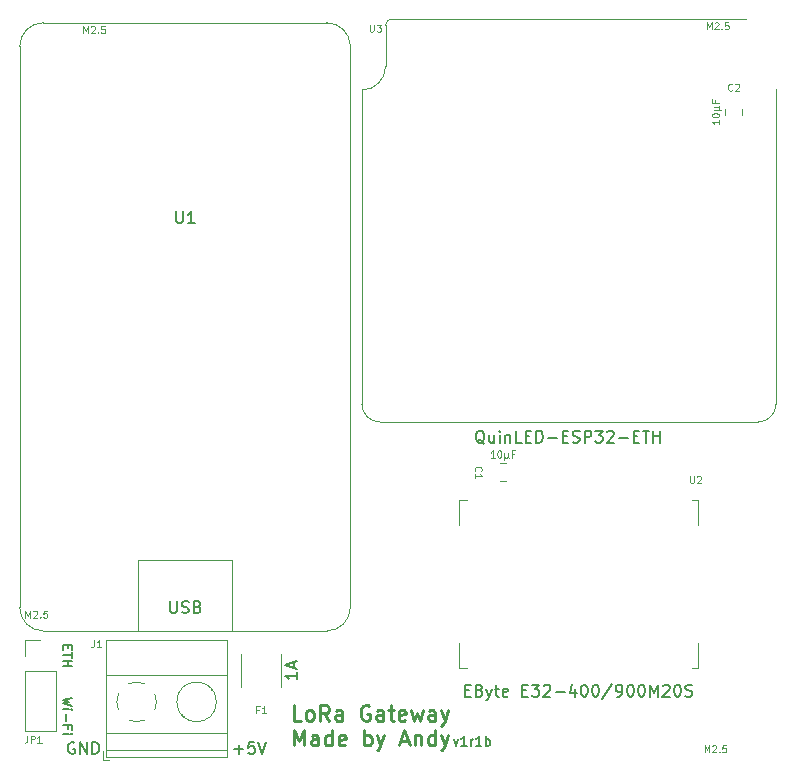
<source format=gto>
G04 #@! TF.GenerationSoftware,KiCad,Pcbnew,(6.0.2)*
G04 #@! TF.CreationDate,2022-09-28T01:39:31+02:00*
G04 #@! TF.ProjectId,LoRa-Gateway-E32,4c6f5261-2d47-4617-9465-7761792d4533,v1r1b*
G04 #@! TF.SameCoordinates,Original*
G04 #@! TF.FileFunction,Legend,Top*
G04 #@! TF.FilePolarity,Positive*
%FSLAX46Y46*%
G04 Gerber Fmt 4.6, Leading zero omitted, Abs format (unit mm)*
G04 Created by KiCad (PCBNEW (6.0.2)) date 2022-09-28 01:39:31*
%MOMM*%
%LPD*%
G01*
G04 APERTURE LIST*
%ADD10C,0.250000*%
%ADD11C,0.150000*%
%ADD12C,0.120000*%
%ADD13C,0.130000*%
%ADD14C,0.200000*%
G04 APERTURE END LIST*
D10*
X121250000Y-95791595D02*
X120630952Y-95791595D01*
X120630952Y-94491595D01*
X121869047Y-95791595D02*
X121745238Y-95729690D01*
X121683333Y-95667785D01*
X121621428Y-95543976D01*
X121621428Y-95172547D01*
X121683333Y-95048738D01*
X121745238Y-94986833D01*
X121869047Y-94924928D01*
X122054761Y-94924928D01*
X122178571Y-94986833D01*
X122240476Y-95048738D01*
X122302380Y-95172547D01*
X122302380Y-95543976D01*
X122240476Y-95667785D01*
X122178571Y-95729690D01*
X122054761Y-95791595D01*
X121869047Y-95791595D01*
X123602380Y-95791595D02*
X123169047Y-95172547D01*
X122859523Y-95791595D02*
X122859523Y-94491595D01*
X123354761Y-94491595D01*
X123478571Y-94553500D01*
X123540476Y-94615404D01*
X123602380Y-94739214D01*
X123602380Y-94924928D01*
X123540476Y-95048738D01*
X123478571Y-95110642D01*
X123354761Y-95172547D01*
X122859523Y-95172547D01*
X124716666Y-95791595D02*
X124716666Y-95110642D01*
X124654761Y-94986833D01*
X124530952Y-94924928D01*
X124283333Y-94924928D01*
X124159523Y-94986833D01*
X124716666Y-95729690D02*
X124592857Y-95791595D01*
X124283333Y-95791595D01*
X124159523Y-95729690D01*
X124097619Y-95605880D01*
X124097619Y-95482071D01*
X124159523Y-95358261D01*
X124283333Y-95296357D01*
X124592857Y-95296357D01*
X124716666Y-95234452D01*
X127007142Y-94553500D02*
X126883333Y-94491595D01*
X126697619Y-94491595D01*
X126511904Y-94553500D01*
X126388095Y-94677309D01*
X126326190Y-94801119D01*
X126264285Y-95048738D01*
X126264285Y-95234452D01*
X126326190Y-95482071D01*
X126388095Y-95605880D01*
X126511904Y-95729690D01*
X126697619Y-95791595D01*
X126821428Y-95791595D01*
X127007142Y-95729690D01*
X127069047Y-95667785D01*
X127069047Y-95234452D01*
X126821428Y-95234452D01*
X128183333Y-95791595D02*
X128183333Y-95110642D01*
X128121428Y-94986833D01*
X127997619Y-94924928D01*
X127750000Y-94924928D01*
X127626190Y-94986833D01*
X128183333Y-95729690D02*
X128059523Y-95791595D01*
X127750000Y-95791595D01*
X127626190Y-95729690D01*
X127564285Y-95605880D01*
X127564285Y-95482071D01*
X127626190Y-95358261D01*
X127750000Y-95296357D01*
X128059523Y-95296357D01*
X128183333Y-95234452D01*
X128616666Y-94924928D02*
X129111904Y-94924928D01*
X128802380Y-94491595D02*
X128802380Y-95605880D01*
X128864285Y-95729690D01*
X128988095Y-95791595D01*
X129111904Y-95791595D01*
X130040476Y-95729690D02*
X129916666Y-95791595D01*
X129669047Y-95791595D01*
X129545238Y-95729690D01*
X129483333Y-95605880D01*
X129483333Y-95110642D01*
X129545238Y-94986833D01*
X129669047Y-94924928D01*
X129916666Y-94924928D01*
X130040476Y-94986833D01*
X130102380Y-95110642D01*
X130102380Y-95234452D01*
X129483333Y-95358261D01*
X130535714Y-94924928D02*
X130783333Y-95791595D01*
X131030952Y-95172547D01*
X131278571Y-95791595D01*
X131526190Y-94924928D01*
X132578571Y-95791595D02*
X132578571Y-95110642D01*
X132516666Y-94986833D01*
X132392857Y-94924928D01*
X132145238Y-94924928D01*
X132021428Y-94986833D01*
X132578571Y-95729690D02*
X132454761Y-95791595D01*
X132145238Y-95791595D01*
X132021428Y-95729690D01*
X131959523Y-95605880D01*
X131959523Y-95482071D01*
X132021428Y-95358261D01*
X132145238Y-95296357D01*
X132454761Y-95296357D01*
X132578571Y-95234452D01*
X133073809Y-94924928D02*
X133383333Y-95791595D01*
X133692857Y-94924928D02*
X133383333Y-95791595D01*
X133259523Y-96101119D01*
X133197619Y-96163023D01*
X133073809Y-96224928D01*
X120630952Y-97884595D02*
X120630952Y-96584595D01*
X121064285Y-97513166D01*
X121497619Y-96584595D01*
X121497619Y-97884595D01*
X122673809Y-97884595D02*
X122673809Y-97203642D01*
X122611904Y-97079833D01*
X122488095Y-97017928D01*
X122240476Y-97017928D01*
X122116666Y-97079833D01*
X122673809Y-97822690D02*
X122550000Y-97884595D01*
X122240476Y-97884595D01*
X122116666Y-97822690D01*
X122054761Y-97698880D01*
X122054761Y-97575071D01*
X122116666Y-97451261D01*
X122240476Y-97389357D01*
X122550000Y-97389357D01*
X122673809Y-97327452D01*
X123850000Y-97884595D02*
X123850000Y-96584595D01*
X123850000Y-97822690D02*
X123726190Y-97884595D01*
X123478571Y-97884595D01*
X123354761Y-97822690D01*
X123292857Y-97760785D01*
X123230952Y-97636976D01*
X123230952Y-97265547D01*
X123292857Y-97141738D01*
X123354761Y-97079833D01*
X123478571Y-97017928D01*
X123726190Y-97017928D01*
X123850000Y-97079833D01*
X124964285Y-97822690D02*
X124840476Y-97884595D01*
X124592857Y-97884595D01*
X124469047Y-97822690D01*
X124407142Y-97698880D01*
X124407142Y-97203642D01*
X124469047Y-97079833D01*
X124592857Y-97017928D01*
X124840476Y-97017928D01*
X124964285Y-97079833D01*
X125026190Y-97203642D01*
X125026190Y-97327452D01*
X124407142Y-97451261D01*
X126573809Y-97884595D02*
X126573809Y-96584595D01*
X126573809Y-97079833D02*
X126697619Y-97017928D01*
X126945238Y-97017928D01*
X127069047Y-97079833D01*
X127130952Y-97141738D01*
X127192857Y-97265547D01*
X127192857Y-97636976D01*
X127130952Y-97760785D01*
X127069047Y-97822690D01*
X126945238Y-97884595D01*
X126697619Y-97884595D01*
X126573809Y-97822690D01*
X127626190Y-97017928D02*
X127935714Y-97884595D01*
X128245238Y-97017928D02*
X127935714Y-97884595D01*
X127811904Y-98194119D01*
X127750000Y-98256023D01*
X127626190Y-98317928D01*
X129669047Y-97513166D02*
X130288095Y-97513166D01*
X129545238Y-97884595D02*
X129978571Y-96584595D01*
X130411904Y-97884595D01*
X130845238Y-97017928D02*
X130845238Y-97884595D01*
X130845238Y-97141738D02*
X130907142Y-97079833D01*
X131030952Y-97017928D01*
X131216666Y-97017928D01*
X131340476Y-97079833D01*
X131402380Y-97203642D01*
X131402380Y-97884595D01*
X132578571Y-97884595D02*
X132578571Y-96584595D01*
X132578571Y-97822690D02*
X132454761Y-97884595D01*
X132207142Y-97884595D01*
X132083333Y-97822690D01*
X132021428Y-97760785D01*
X131959523Y-97636976D01*
X131959523Y-97265547D01*
X132021428Y-97141738D01*
X132083333Y-97079833D01*
X132207142Y-97017928D01*
X132454761Y-97017928D01*
X132578571Y-97079833D01*
X133073809Y-97017928D02*
X133383333Y-97884595D01*
X133692857Y-97017928D02*
X133383333Y-97884595D01*
X133259523Y-98194119D01*
X133197619Y-98256023D01*
X133073809Y-98317928D01*
D11*
X134138095Y-97378571D02*
X134328571Y-97911904D01*
X134519047Y-97378571D01*
X135242857Y-97911904D02*
X134785714Y-97911904D01*
X135014285Y-97911904D02*
X135014285Y-97111904D01*
X134938095Y-97226190D01*
X134861904Y-97302380D01*
X134785714Y-97340476D01*
X135585714Y-97911904D02*
X135585714Y-97378571D01*
X135585714Y-97530952D02*
X135623809Y-97454761D01*
X135661904Y-97416666D01*
X135738095Y-97378571D01*
X135814285Y-97378571D01*
X136500000Y-97911904D02*
X136042857Y-97911904D01*
X136271428Y-97911904D02*
X136271428Y-97111904D01*
X136195238Y-97226190D01*
X136119047Y-97302380D01*
X136042857Y-97340476D01*
X136842857Y-97911904D02*
X136842857Y-97111904D01*
X136842857Y-97416666D02*
X136919047Y-97378571D01*
X137071428Y-97378571D01*
X137147619Y-97416666D01*
X137185714Y-97454761D01*
X137223809Y-97530952D01*
X137223809Y-97759523D01*
X137185714Y-97835714D01*
X137147619Y-97873809D01*
X137071428Y-97911904D01*
X136919047Y-97911904D01*
X136842857Y-97873809D01*
D12*
X98050000Y-97071428D02*
X98050000Y-97500000D01*
X98021428Y-97585714D01*
X97964285Y-97642857D01*
X97878571Y-97671428D01*
X97821428Y-97671428D01*
X98335714Y-97671428D02*
X98335714Y-97071428D01*
X98564285Y-97071428D01*
X98621428Y-97100000D01*
X98650000Y-97128571D01*
X98678571Y-97185714D01*
X98678571Y-97271428D01*
X98650000Y-97328571D01*
X98621428Y-97357142D01*
X98564285Y-97385714D01*
X98335714Y-97385714D01*
X99250000Y-97671428D02*
X98907142Y-97671428D01*
X99078571Y-97671428D02*
X99078571Y-97071428D01*
X99021428Y-97157142D01*
X98964285Y-97214285D01*
X98907142Y-97242857D01*
D13*
X101457142Y-89404761D02*
X101457142Y-89671428D01*
X101038095Y-89785714D02*
X101038095Y-89404761D01*
X101838095Y-89404761D01*
X101838095Y-89785714D01*
X101838095Y-90014285D02*
X101838095Y-90471428D01*
X101038095Y-90242857D02*
X101838095Y-90242857D01*
X101038095Y-90738095D02*
X101838095Y-90738095D01*
X101457142Y-90738095D02*
X101457142Y-91195238D01*
X101038095Y-91195238D02*
X101838095Y-91195238D01*
X101838095Y-93838095D02*
X101038095Y-94028571D01*
X101609523Y-94180952D01*
X101038095Y-94333333D01*
X101838095Y-94523809D01*
X101038095Y-94828571D02*
X101571428Y-94828571D01*
X101838095Y-94828571D02*
X101800000Y-94790476D01*
X101761904Y-94828571D01*
X101800000Y-94866666D01*
X101838095Y-94828571D01*
X101761904Y-94828571D01*
X101342857Y-95209523D02*
X101342857Y-95819047D01*
X101457142Y-96466666D02*
X101457142Y-96200000D01*
X101038095Y-96200000D02*
X101838095Y-96200000D01*
X101838095Y-96580952D01*
X101038095Y-96885714D02*
X101571428Y-96885714D01*
X101838095Y-96885714D02*
X101800000Y-96847619D01*
X101761904Y-96885714D01*
X101800000Y-96923809D01*
X101838095Y-96885714D01*
X101761904Y-96885714D01*
D12*
X135985714Y-74650000D02*
X135957142Y-74621428D01*
X135928571Y-74535714D01*
X135928571Y-74478571D01*
X135957142Y-74392857D01*
X136014285Y-74335714D01*
X136071428Y-74307142D01*
X136185714Y-74278571D01*
X136271428Y-74278571D01*
X136385714Y-74307142D01*
X136442857Y-74335714D01*
X136500000Y-74392857D01*
X136528571Y-74478571D01*
X136528571Y-74535714D01*
X136500000Y-74621428D01*
X136471428Y-74650000D01*
X135928571Y-75221428D02*
X135928571Y-74878571D01*
X135928571Y-75050000D02*
X136528571Y-75050000D01*
X136442857Y-74992857D01*
X136385714Y-74935714D01*
X136357142Y-74878571D01*
X137614285Y-73521428D02*
X137271428Y-73521428D01*
X137442857Y-73521428D02*
X137442857Y-72921428D01*
X137385714Y-73007142D01*
X137328571Y-73064285D01*
X137271428Y-73092857D01*
X137985714Y-72921428D02*
X138042857Y-72921428D01*
X138100000Y-72950000D01*
X138128571Y-72978571D01*
X138157142Y-73035714D01*
X138185714Y-73150000D01*
X138185714Y-73292857D01*
X138157142Y-73407142D01*
X138128571Y-73464285D01*
X138100000Y-73492857D01*
X138042857Y-73521428D01*
X137985714Y-73521428D01*
X137928571Y-73492857D01*
X137900000Y-73464285D01*
X137871428Y-73407142D01*
X137842857Y-73292857D01*
X137842857Y-73150000D01*
X137871428Y-73035714D01*
X137900000Y-72978571D01*
X137928571Y-72950000D01*
X137985714Y-72921428D01*
X138442857Y-73121428D02*
X138442857Y-73721428D01*
X138728571Y-73435714D02*
X138757142Y-73492857D01*
X138814285Y-73521428D01*
X138442857Y-73435714D02*
X138471428Y-73492857D01*
X138528571Y-73521428D01*
X138642857Y-73521428D01*
X138700000Y-73492857D01*
X138728571Y-73435714D01*
X138728571Y-73121428D01*
X139271428Y-73207142D02*
X139071428Y-73207142D01*
X139071428Y-73521428D02*
X139071428Y-72921428D01*
X139357142Y-72921428D01*
X127042857Y-36871428D02*
X127042857Y-37357142D01*
X127071428Y-37414285D01*
X127100000Y-37442857D01*
X127157142Y-37471428D01*
X127271428Y-37471428D01*
X127328571Y-37442857D01*
X127357142Y-37414285D01*
X127385714Y-37357142D01*
X127385714Y-36871428D01*
X127614285Y-36871428D02*
X127985714Y-36871428D01*
X127785714Y-37100000D01*
X127871428Y-37100000D01*
X127928571Y-37128571D01*
X127957142Y-37157142D01*
X127985714Y-37214285D01*
X127985714Y-37357142D01*
X127957142Y-37414285D01*
X127928571Y-37442857D01*
X127871428Y-37471428D01*
X127700000Y-37471428D01*
X127642857Y-37442857D01*
X127614285Y-37414285D01*
D14*
X136754761Y-72347619D02*
X136659523Y-72300000D01*
X136564285Y-72204761D01*
X136421428Y-72061904D01*
X136326190Y-72014285D01*
X136230952Y-72014285D01*
X136278571Y-72252380D02*
X136183333Y-72204761D01*
X136088095Y-72109523D01*
X136040476Y-71919047D01*
X136040476Y-71585714D01*
X136088095Y-71395238D01*
X136183333Y-71300000D01*
X136278571Y-71252380D01*
X136469047Y-71252380D01*
X136564285Y-71300000D01*
X136659523Y-71395238D01*
X136707142Y-71585714D01*
X136707142Y-71919047D01*
X136659523Y-72109523D01*
X136564285Y-72204761D01*
X136469047Y-72252380D01*
X136278571Y-72252380D01*
X137564285Y-71585714D02*
X137564285Y-72252380D01*
X137135714Y-71585714D02*
X137135714Y-72109523D01*
X137183333Y-72204761D01*
X137278571Y-72252380D01*
X137421428Y-72252380D01*
X137516666Y-72204761D01*
X137564285Y-72157142D01*
X138040476Y-72252380D02*
X138040476Y-71585714D01*
X138040476Y-71252380D02*
X137992857Y-71300000D01*
X138040476Y-71347619D01*
X138088095Y-71300000D01*
X138040476Y-71252380D01*
X138040476Y-71347619D01*
X138516666Y-71585714D02*
X138516666Y-72252380D01*
X138516666Y-71680952D02*
X138564285Y-71633333D01*
X138659523Y-71585714D01*
X138802380Y-71585714D01*
X138897619Y-71633333D01*
X138945238Y-71728571D01*
X138945238Y-72252380D01*
X139897619Y-72252380D02*
X139421428Y-72252380D01*
X139421428Y-71252380D01*
X140230952Y-71728571D02*
X140564285Y-71728571D01*
X140707142Y-72252380D02*
X140230952Y-72252380D01*
X140230952Y-71252380D01*
X140707142Y-71252380D01*
X141135714Y-72252380D02*
X141135714Y-71252380D01*
X141373809Y-71252380D01*
X141516666Y-71300000D01*
X141611904Y-71395238D01*
X141659523Y-71490476D01*
X141707142Y-71680952D01*
X141707142Y-71823809D01*
X141659523Y-72014285D01*
X141611904Y-72109523D01*
X141516666Y-72204761D01*
X141373809Y-72252380D01*
X141135714Y-72252380D01*
X142135714Y-71871428D02*
X142897619Y-71871428D01*
X143373809Y-71728571D02*
X143707142Y-71728571D01*
X143850000Y-72252380D02*
X143373809Y-72252380D01*
X143373809Y-71252380D01*
X143850000Y-71252380D01*
X144230952Y-72204761D02*
X144373809Y-72252380D01*
X144611904Y-72252380D01*
X144707142Y-72204761D01*
X144754761Y-72157142D01*
X144802380Y-72061904D01*
X144802380Y-71966666D01*
X144754761Y-71871428D01*
X144707142Y-71823809D01*
X144611904Y-71776190D01*
X144421428Y-71728571D01*
X144326190Y-71680952D01*
X144278571Y-71633333D01*
X144230952Y-71538095D01*
X144230952Y-71442857D01*
X144278571Y-71347619D01*
X144326190Y-71300000D01*
X144421428Y-71252380D01*
X144659523Y-71252380D01*
X144802380Y-71300000D01*
X145230952Y-72252380D02*
X145230952Y-71252380D01*
X145611904Y-71252380D01*
X145707142Y-71300000D01*
X145754761Y-71347619D01*
X145802380Y-71442857D01*
X145802380Y-71585714D01*
X145754761Y-71680952D01*
X145707142Y-71728571D01*
X145611904Y-71776190D01*
X145230952Y-71776190D01*
X146135714Y-71252380D02*
X146754761Y-71252380D01*
X146421428Y-71633333D01*
X146564285Y-71633333D01*
X146659523Y-71680952D01*
X146707142Y-71728571D01*
X146754761Y-71823809D01*
X146754761Y-72061904D01*
X146707142Y-72157142D01*
X146659523Y-72204761D01*
X146564285Y-72252380D01*
X146278571Y-72252380D01*
X146183333Y-72204761D01*
X146135714Y-72157142D01*
X147135714Y-71347619D02*
X147183333Y-71300000D01*
X147278571Y-71252380D01*
X147516666Y-71252380D01*
X147611904Y-71300000D01*
X147659523Y-71347619D01*
X147707142Y-71442857D01*
X147707142Y-71538095D01*
X147659523Y-71680952D01*
X147088095Y-72252380D01*
X147707142Y-72252380D01*
X148135714Y-71871428D02*
X148897619Y-71871428D01*
X149373809Y-71728571D02*
X149707142Y-71728571D01*
X149850000Y-72252380D02*
X149373809Y-72252380D01*
X149373809Y-71252380D01*
X149850000Y-71252380D01*
X150135714Y-71252380D02*
X150707142Y-71252380D01*
X150421428Y-72252380D02*
X150421428Y-71252380D01*
X151040476Y-72252380D02*
X151040476Y-71252380D01*
X151040476Y-71728571D02*
X151611904Y-71728571D01*
X151611904Y-72252380D02*
X151611904Y-71252380D01*
D12*
X157750000Y-42414285D02*
X157721428Y-42442857D01*
X157635714Y-42471428D01*
X157578571Y-42471428D01*
X157492857Y-42442857D01*
X157435714Y-42385714D01*
X157407142Y-42328571D01*
X157378571Y-42214285D01*
X157378571Y-42128571D01*
X157407142Y-42014285D01*
X157435714Y-41957142D01*
X157492857Y-41900000D01*
X157578571Y-41871428D01*
X157635714Y-41871428D01*
X157721428Y-41900000D01*
X157750000Y-41928571D01*
X157978571Y-41928571D02*
X158007142Y-41900000D01*
X158064285Y-41871428D01*
X158207142Y-41871428D01*
X158264285Y-41900000D01*
X158292857Y-41928571D01*
X158321428Y-41985714D01*
X158321428Y-42042857D01*
X158292857Y-42128571D01*
X157950000Y-42471428D01*
X158321428Y-42471428D01*
X156621428Y-44935714D02*
X156621428Y-45278571D01*
X156621428Y-45107142D02*
X156021428Y-45107142D01*
X156107142Y-45164285D01*
X156164285Y-45221428D01*
X156192857Y-45278571D01*
X156021428Y-44564285D02*
X156021428Y-44507142D01*
X156050000Y-44450000D01*
X156078571Y-44421428D01*
X156135714Y-44392857D01*
X156250000Y-44364285D01*
X156392857Y-44364285D01*
X156507142Y-44392857D01*
X156564285Y-44421428D01*
X156592857Y-44450000D01*
X156621428Y-44507142D01*
X156621428Y-44564285D01*
X156592857Y-44621428D01*
X156564285Y-44650000D01*
X156507142Y-44678571D01*
X156392857Y-44707142D01*
X156250000Y-44707142D01*
X156135714Y-44678571D01*
X156078571Y-44650000D01*
X156050000Y-44621428D01*
X156021428Y-44564285D01*
X156221428Y-44107142D02*
X156821428Y-44107142D01*
X156535714Y-43821428D02*
X156592857Y-43792857D01*
X156621428Y-43735714D01*
X156535714Y-44107142D02*
X156592857Y-44078571D01*
X156621428Y-44021428D01*
X156621428Y-43907142D01*
X156592857Y-43850000D01*
X156535714Y-43821428D01*
X156221428Y-43821428D01*
X156307142Y-43278571D02*
X156307142Y-43478571D01*
X156621428Y-43478571D02*
X156021428Y-43478571D01*
X156021428Y-43192857D01*
X155585714Y-37271428D02*
X155585714Y-36671428D01*
X155785714Y-37100000D01*
X155985714Y-36671428D01*
X155985714Y-37271428D01*
X156242857Y-36728571D02*
X156271428Y-36700000D01*
X156328571Y-36671428D01*
X156471428Y-36671428D01*
X156528571Y-36700000D01*
X156557142Y-36728571D01*
X156585714Y-36785714D01*
X156585714Y-36842857D01*
X156557142Y-36928571D01*
X156214285Y-37271428D01*
X156585714Y-37271428D01*
X156842857Y-37214285D02*
X156871428Y-37242857D01*
X156842857Y-37271428D01*
X156814285Y-37242857D01*
X156842857Y-37214285D01*
X156842857Y-37271428D01*
X157414285Y-36671428D02*
X157128571Y-36671428D01*
X157100000Y-36957142D01*
X157128571Y-36928571D01*
X157185714Y-36900000D01*
X157328571Y-36900000D01*
X157385714Y-36928571D01*
X157414285Y-36957142D01*
X157442857Y-37014285D01*
X157442857Y-37157142D01*
X157414285Y-37214285D01*
X157385714Y-37242857D01*
X157328571Y-37271428D01*
X157185714Y-37271428D01*
X157128571Y-37242857D01*
X157100000Y-37214285D01*
X97885714Y-87071428D02*
X97885714Y-86471428D01*
X98085714Y-86900000D01*
X98285714Y-86471428D01*
X98285714Y-87071428D01*
X98542857Y-86528571D02*
X98571428Y-86500000D01*
X98628571Y-86471428D01*
X98771428Y-86471428D01*
X98828571Y-86500000D01*
X98857142Y-86528571D01*
X98885714Y-86585714D01*
X98885714Y-86642857D01*
X98857142Y-86728571D01*
X98514285Y-87071428D01*
X98885714Y-87071428D01*
X99142857Y-87014285D02*
X99171428Y-87042857D01*
X99142857Y-87071428D01*
X99114285Y-87042857D01*
X99142857Y-87014285D01*
X99142857Y-87071428D01*
X99714285Y-86471428D02*
X99428571Y-86471428D01*
X99400000Y-86757142D01*
X99428571Y-86728571D01*
X99485714Y-86700000D01*
X99628571Y-86700000D01*
X99685714Y-86728571D01*
X99714285Y-86757142D01*
X99742857Y-86814285D01*
X99742857Y-86957142D01*
X99714285Y-87014285D01*
X99685714Y-87042857D01*
X99628571Y-87071428D01*
X99485714Y-87071428D01*
X99428571Y-87042857D01*
X99400000Y-87014285D01*
X155385714Y-98471428D02*
X155385714Y-97871428D01*
X155585714Y-98300000D01*
X155785714Y-97871428D01*
X155785714Y-98471428D01*
X156042857Y-97928571D02*
X156071428Y-97900000D01*
X156128571Y-97871428D01*
X156271428Y-97871428D01*
X156328571Y-97900000D01*
X156357142Y-97928571D01*
X156385714Y-97985714D01*
X156385714Y-98042857D01*
X156357142Y-98128571D01*
X156014285Y-98471428D01*
X156385714Y-98471428D01*
X156642857Y-98414285D02*
X156671428Y-98442857D01*
X156642857Y-98471428D01*
X156614285Y-98442857D01*
X156642857Y-98414285D01*
X156642857Y-98471428D01*
X157214285Y-97871428D02*
X156928571Y-97871428D01*
X156900000Y-98157142D01*
X156928571Y-98128571D01*
X156985714Y-98100000D01*
X157128571Y-98100000D01*
X157185714Y-98128571D01*
X157214285Y-98157142D01*
X157242857Y-98214285D01*
X157242857Y-98357142D01*
X157214285Y-98414285D01*
X157185714Y-98442857D01*
X157128571Y-98471428D01*
X156985714Y-98471428D01*
X156928571Y-98442857D01*
X156900000Y-98414285D01*
X154142857Y-75071428D02*
X154142857Y-75557142D01*
X154171428Y-75614285D01*
X154200000Y-75642857D01*
X154257142Y-75671428D01*
X154371428Y-75671428D01*
X154428571Y-75642857D01*
X154457142Y-75614285D01*
X154485714Y-75557142D01*
X154485714Y-75071428D01*
X154742857Y-75128571D02*
X154771428Y-75100000D01*
X154828571Y-75071428D01*
X154971428Y-75071428D01*
X155028571Y-75100000D01*
X155057142Y-75128571D01*
X155085714Y-75185714D01*
X155085714Y-75242857D01*
X155057142Y-75328571D01*
X154714285Y-75671428D01*
X155085714Y-75671428D01*
D14*
X135104761Y-93228571D02*
X135438095Y-93228571D01*
X135580952Y-93752380D02*
X135104761Y-93752380D01*
X135104761Y-92752380D01*
X135580952Y-92752380D01*
X136342857Y-93228571D02*
X136485714Y-93276190D01*
X136533333Y-93323809D01*
X136580952Y-93419047D01*
X136580952Y-93561904D01*
X136533333Y-93657142D01*
X136485714Y-93704761D01*
X136390476Y-93752380D01*
X136009523Y-93752380D01*
X136009523Y-92752380D01*
X136342857Y-92752380D01*
X136438095Y-92800000D01*
X136485714Y-92847619D01*
X136533333Y-92942857D01*
X136533333Y-93038095D01*
X136485714Y-93133333D01*
X136438095Y-93180952D01*
X136342857Y-93228571D01*
X136009523Y-93228571D01*
X136914285Y-93085714D02*
X137152380Y-93752380D01*
X137390476Y-93085714D02*
X137152380Y-93752380D01*
X137057142Y-93990476D01*
X137009523Y-94038095D01*
X136914285Y-94085714D01*
X137628571Y-93085714D02*
X138009523Y-93085714D01*
X137771428Y-92752380D02*
X137771428Y-93609523D01*
X137819047Y-93704761D01*
X137914285Y-93752380D01*
X138009523Y-93752380D01*
X138723809Y-93704761D02*
X138628571Y-93752380D01*
X138438095Y-93752380D01*
X138342857Y-93704761D01*
X138295238Y-93609523D01*
X138295238Y-93228571D01*
X138342857Y-93133333D01*
X138438095Y-93085714D01*
X138628571Y-93085714D01*
X138723809Y-93133333D01*
X138771428Y-93228571D01*
X138771428Y-93323809D01*
X138295238Y-93419047D01*
X139961904Y-93228571D02*
X140295238Y-93228571D01*
X140438095Y-93752380D02*
X139961904Y-93752380D01*
X139961904Y-92752380D01*
X140438095Y-92752380D01*
X140771428Y-92752380D02*
X141390476Y-92752380D01*
X141057142Y-93133333D01*
X141200000Y-93133333D01*
X141295238Y-93180952D01*
X141342857Y-93228571D01*
X141390476Y-93323809D01*
X141390476Y-93561904D01*
X141342857Y-93657142D01*
X141295238Y-93704761D01*
X141200000Y-93752380D01*
X140914285Y-93752380D01*
X140819047Y-93704761D01*
X140771428Y-93657142D01*
X141771428Y-92847619D02*
X141819047Y-92800000D01*
X141914285Y-92752380D01*
X142152380Y-92752380D01*
X142247619Y-92800000D01*
X142295238Y-92847619D01*
X142342857Y-92942857D01*
X142342857Y-93038095D01*
X142295238Y-93180952D01*
X141723809Y-93752380D01*
X142342857Y-93752380D01*
X142771428Y-93371428D02*
X143533333Y-93371428D01*
X144438095Y-93085714D02*
X144438095Y-93752380D01*
X144200000Y-92704761D02*
X143961904Y-93419047D01*
X144580952Y-93419047D01*
X145152380Y-92752380D02*
X145247619Y-92752380D01*
X145342857Y-92800000D01*
X145390476Y-92847619D01*
X145438095Y-92942857D01*
X145485714Y-93133333D01*
X145485714Y-93371428D01*
X145438095Y-93561904D01*
X145390476Y-93657142D01*
X145342857Y-93704761D01*
X145247619Y-93752380D01*
X145152380Y-93752380D01*
X145057142Y-93704761D01*
X145009523Y-93657142D01*
X144961904Y-93561904D01*
X144914285Y-93371428D01*
X144914285Y-93133333D01*
X144961904Y-92942857D01*
X145009523Y-92847619D01*
X145057142Y-92800000D01*
X145152380Y-92752380D01*
X146104761Y-92752380D02*
X146200000Y-92752380D01*
X146295238Y-92800000D01*
X146342857Y-92847619D01*
X146390476Y-92942857D01*
X146438095Y-93133333D01*
X146438095Y-93371428D01*
X146390476Y-93561904D01*
X146342857Y-93657142D01*
X146295238Y-93704761D01*
X146200000Y-93752380D01*
X146104761Y-93752380D01*
X146009523Y-93704761D01*
X145961904Y-93657142D01*
X145914285Y-93561904D01*
X145866666Y-93371428D01*
X145866666Y-93133333D01*
X145914285Y-92942857D01*
X145961904Y-92847619D01*
X146009523Y-92800000D01*
X146104761Y-92752380D01*
X147580952Y-92704761D02*
X146723809Y-93990476D01*
X147961904Y-93752380D02*
X148152380Y-93752380D01*
X148247619Y-93704761D01*
X148295238Y-93657142D01*
X148390476Y-93514285D01*
X148438095Y-93323809D01*
X148438095Y-92942857D01*
X148390476Y-92847619D01*
X148342857Y-92800000D01*
X148247619Y-92752380D01*
X148057142Y-92752380D01*
X147961904Y-92800000D01*
X147914285Y-92847619D01*
X147866666Y-92942857D01*
X147866666Y-93180952D01*
X147914285Y-93276190D01*
X147961904Y-93323809D01*
X148057142Y-93371428D01*
X148247619Y-93371428D01*
X148342857Y-93323809D01*
X148390476Y-93276190D01*
X148438095Y-93180952D01*
X149057142Y-92752380D02*
X149152380Y-92752380D01*
X149247619Y-92800000D01*
X149295238Y-92847619D01*
X149342857Y-92942857D01*
X149390476Y-93133333D01*
X149390476Y-93371428D01*
X149342857Y-93561904D01*
X149295238Y-93657142D01*
X149247619Y-93704761D01*
X149152380Y-93752380D01*
X149057142Y-93752380D01*
X148961904Y-93704761D01*
X148914285Y-93657142D01*
X148866666Y-93561904D01*
X148819047Y-93371428D01*
X148819047Y-93133333D01*
X148866666Y-92942857D01*
X148914285Y-92847619D01*
X148961904Y-92800000D01*
X149057142Y-92752380D01*
X150009523Y-92752380D02*
X150104761Y-92752380D01*
X150200000Y-92800000D01*
X150247619Y-92847619D01*
X150295238Y-92942857D01*
X150342857Y-93133333D01*
X150342857Y-93371428D01*
X150295238Y-93561904D01*
X150247619Y-93657142D01*
X150200000Y-93704761D01*
X150104761Y-93752380D01*
X150009523Y-93752380D01*
X149914285Y-93704761D01*
X149866666Y-93657142D01*
X149819047Y-93561904D01*
X149771428Y-93371428D01*
X149771428Y-93133333D01*
X149819047Y-92942857D01*
X149866666Y-92847619D01*
X149914285Y-92800000D01*
X150009523Y-92752380D01*
X150771428Y-93752380D02*
X150771428Y-92752380D01*
X151104761Y-93466666D01*
X151438095Y-92752380D01*
X151438095Y-93752380D01*
X151866666Y-92847619D02*
X151914285Y-92800000D01*
X152009523Y-92752380D01*
X152247619Y-92752380D01*
X152342857Y-92800000D01*
X152390476Y-92847619D01*
X152438095Y-92942857D01*
X152438095Y-93038095D01*
X152390476Y-93180952D01*
X151819047Y-93752380D01*
X152438095Y-93752380D01*
X153057142Y-92752380D02*
X153152380Y-92752380D01*
X153247619Y-92800000D01*
X153295238Y-92847619D01*
X153342857Y-92942857D01*
X153390476Y-93133333D01*
X153390476Y-93371428D01*
X153342857Y-93561904D01*
X153295238Y-93657142D01*
X153247619Y-93704761D01*
X153152380Y-93752380D01*
X153057142Y-93752380D01*
X152961904Y-93704761D01*
X152914285Y-93657142D01*
X152866666Y-93561904D01*
X152819047Y-93371428D01*
X152819047Y-93133333D01*
X152866666Y-92942857D01*
X152914285Y-92847619D01*
X152961904Y-92800000D01*
X153057142Y-92752380D01*
X153771428Y-93704761D02*
X153914285Y-93752380D01*
X154152380Y-93752380D01*
X154247619Y-93704761D01*
X154295238Y-93657142D01*
X154342857Y-93561904D01*
X154342857Y-93466666D01*
X154295238Y-93371428D01*
X154247619Y-93323809D01*
X154152380Y-93276190D01*
X153961904Y-93228571D01*
X153866666Y-93180952D01*
X153819047Y-93133333D01*
X153771428Y-93038095D01*
X153771428Y-92942857D01*
X153819047Y-92847619D01*
X153866666Y-92800000D01*
X153961904Y-92752380D01*
X154199999Y-92752380D01*
X154342857Y-92800000D01*
D12*
X117650000Y-94857142D02*
X117450000Y-94857142D01*
X117450000Y-95171428D02*
X117450000Y-94571428D01*
X117735714Y-94571428D01*
X118278571Y-95171428D02*
X117935714Y-95171428D01*
X118107142Y-95171428D02*
X118107142Y-94571428D01*
X118050000Y-94657142D01*
X117992857Y-94714285D01*
X117935714Y-94742857D01*
D11*
X120902380Y-91692857D02*
X120902380Y-92264285D01*
X120902380Y-91978571D02*
X119902380Y-91978571D01*
X120045238Y-92073809D01*
X120140476Y-92169047D01*
X120188095Y-92264285D01*
X120616666Y-91311904D02*
X120616666Y-90835714D01*
X120902380Y-91407142D02*
X119902380Y-91073809D01*
X120902380Y-90740476D01*
D12*
X102785714Y-37571428D02*
X102785714Y-36971428D01*
X102985714Y-37400000D01*
X103185714Y-36971428D01*
X103185714Y-37571428D01*
X103442857Y-37028571D02*
X103471428Y-37000000D01*
X103528571Y-36971428D01*
X103671428Y-36971428D01*
X103728571Y-37000000D01*
X103757142Y-37028571D01*
X103785714Y-37085714D01*
X103785714Y-37142857D01*
X103757142Y-37228571D01*
X103414285Y-37571428D01*
X103785714Y-37571428D01*
X104042857Y-37514285D02*
X104071428Y-37542857D01*
X104042857Y-37571428D01*
X104014285Y-37542857D01*
X104042857Y-37514285D01*
X104042857Y-37571428D01*
X104614285Y-36971428D02*
X104328571Y-36971428D01*
X104300000Y-37257142D01*
X104328571Y-37228571D01*
X104385714Y-37200000D01*
X104528571Y-37200000D01*
X104585714Y-37228571D01*
X104614285Y-37257142D01*
X104642857Y-37314285D01*
X104642857Y-37457142D01*
X104614285Y-37514285D01*
X104585714Y-37542857D01*
X104528571Y-37571428D01*
X104385714Y-37571428D01*
X104328571Y-37542857D01*
X104300000Y-37514285D01*
X103700000Y-88971428D02*
X103700000Y-89400000D01*
X103671428Y-89485714D01*
X103614285Y-89542857D01*
X103528571Y-89571428D01*
X103471428Y-89571428D01*
X104300000Y-89571428D02*
X103957142Y-89571428D01*
X104128571Y-89571428D02*
X104128571Y-88971428D01*
X104071428Y-89057142D01*
X104014285Y-89114285D01*
X103957142Y-89142857D01*
D11*
X102038095Y-97650000D02*
X101942857Y-97602380D01*
X101800000Y-97602380D01*
X101657142Y-97650000D01*
X101561904Y-97745238D01*
X101514285Y-97840476D01*
X101466666Y-98030952D01*
X101466666Y-98173809D01*
X101514285Y-98364285D01*
X101561904Y-98459523D01*
X101657142Y-98554761D01*
X101800000Y-98602380D01*
X101895238Y-98602380D01*
X102038095Y-98554761D01*
X102085714Y-98507142D01*
X102085714Y-98173809D01*
X101895238Y-98173809D01*
X102514285Y-98602380D02*
X102514285Y-97602380D01*
X103085714Y-98602380D01*
X103085714Y-97602380D01*
X103561904Y-98602380D02*
X103561904Y-97602380D01*
X103800000Y-97602380D01*
X103942857Y-97650000D01*
X104038095Y-97745238D01*
X104085714Y-97840476D01*
X104133333Y-98030952D01*
X104133333Y-98173809D01*
X104085714Y-98364285D01*
X104038095Y-98459523D01*
X103942857Y-98554761D01*
X103800000Y-98602380D01*
X103561904Y-98602380D01*
X115564285Y-98221428D02*
X116326190Y-98221428D01*
X115945238Y-98602380D02*
X115945238Y-97840476D01*
X117278571Y-97602380D02*
X116802380Y-97602380D01*
X116754761Y-98078571D01*
X116802380Y-98030952D01*
X116897619Y-97983333D01*
X117135714Y-97983333D01*
X117230952Y-98030952D01*
X117278571Y-98078571D01*
X117326190Y-98173809D01*
X117326190Y-98411904D01*
X117278571Y-98507142D01*
X117230952Y-98554761D01*
X117135714Y-98602380D01*
X116897619Y-98602380D01*
X116802380Y-98554761D01*
X116754761Y-98507142D01*
X117611904Y-97602380D02*
X117945238Y-98602380D01*
X118278571Y-97602380D01*
X110638095Y-52662380D02*
X110638095Y-53471904D01*
X110685714Y-53567142D01*
X110733333Y-53614761D01*
X110828571Y-53662380D01*
X111019047Y-53662380D01*
X111114285Y-53614761D01*
X111161904Y-53567142D01*
X111209523Y-53471904D01*
X111209523Y-52662380D01*
X112209523Y-53662380D02*
X111638095Y-53662380D01*
X111923809Y-53662380D02*
X111923809Y-52662380D01*
X111828571Y-52805238D01*
X111733333Y-52900476D01*
X111638095Y-52948095D01*
X110138095Y-85682380D02*
X110138095Y-86491904D01*
X110185714Y-86587142D01*
X110233333Y-86634761D01*
X110328571Y-86682380D01*
X110519047Y-86682380D01*
X110614285Y-86634761D01*
X110661904Y-86587142D01*
X110709523Y-86491904D01*
X110709523Y-85682380D01*
X111138095Y-86634761D02*
X111280952Y-86682380D01*
X111519047Y-86682380D01*
X111614285Y-86634761D01*
X111661904Y-86587142D01*
X111709523Y-86491904D01*
X111709523Y-86396666D01*
X111661904Y-86301428D01*
X111614285Y-86253809D01*
X111519047Y-86206190D01*
X111328571Y-86158571D01*
X111233333Y-86110952D01*
X111185714Y-86063333D01*
X111138095Y-85968095D01*
X111138095Y-85872857D01*
X111185714Y-85777619D01*
X111233333Y-85730000D01*
X111328571Y-85682380D01*
X111566666Y-85682380D01*
X111709523Y-85730000D01*
X112471428Y-86158571D02*
X112614285Y-86206190D01*
X112661904Y-86253809D01*
X112709523Y-86349047D01*
X112709523Y-86491904D01*
X112661904Y-86587142D01*
X112614285Y-86634761D01*
X112519047Y-86682380D01*
X112138095Y-86682380D01*
X112138095Y-85682380D01*
X112471428Y-85682380D01*
X112566666Y-85730000D01*
X112614285Y-85777619D01*
X112661904Y-85872857D01*
X112661904Y-85968095D01*
X112614285Y-86063333D01*
X112566666Y-86110952D01*
X112471428Y-86158571D01*
X112138095Y-86158571D01*
D12*
X100480000Y-91570000D02*
X100480000Y-96710000D01*
X97820000Y-88970000D02*
X99150000Y-88970000D01*
X97820000Y-91570000D02*
X100480000Y-91570000D01*
X97820000Y-96710000D02*
X100480000Y-96710000D01*
X97820000Y-91570000D02*
X97820000Y-96710000D01*
X97820000Y-90300000D02*
X97820000Y-88970000D01*
X138038748Y-75485000D02*
X138561252Y-75485000D01*
X138038748Y-74015000D02*
X138561252Y-74015000D01*
X159930000Y-70505000D02*
X127880000Y-70505000D01*
X128380000Y-40405000D02*
X128380000Y-36905000D01*
X126380000Y-69005000D02*
X126380000Y-42405000D01*
X158930000Y-36405000D02*
X128880000Y-36405000D01*
X161430000Y-69005000D02*
X161430000Y-42305000D01*
X126380000Y-42405000D02*
G75*
G03*
X128380000Y-40405000I1J1999999D01*
G01*
X126380000Y-69005000D02*
G75*
G03*
X127880000Y-70505000I1500001J1D01*
G01*
X128880000Y-36405000D02*
G75*
G03*
X128380000Y-36905000I1J-500001D01*
G01*
X159930000Y-70505000D02*
G75*
G03*
X161430000Y-69005000I-1J1500001D01*
G01*
X157115000Y-44511252D02*
X157115000Y-43988748D01*
X158585000Y-44511252D02*
X158585000Y-43988748D01*
X154800000Y-91297500D02*
X154300000Y-91297500D01*
X134600000Y-91297500D02*
X135300000Y-91297500D01*
X134600000Y-79197500D02*
X134600000Y-77097500D01*
X154800000Y-79197500D02*
X154800000Y-77097500D01*
X134600000Y-77097500D02*
X135300000Y-77097500D01*
X154800000Y-89197500D02*
X154800000Y-91297500D01*
X154800000Y-77097500D02*
X154300000Y-77097500D01*
X134600000Y-89197500D02*
X134600000Y-91297500D01*
X119560000Y-90151248D02*
X119560000Y-92923752D01*
X116140000Y-90151248D02*
X116140000Y-92923752D01*
X104700000Y-88944000D02*
X104700000Y-98865000D01*
X104460000Y-98365000D02*
X104460000Y-99105000D01*
X114980000Y-88944000D02*
X114980000Y-98865000D01*
X104700000Y-91904000D02*
X114980000Y-91904000D01*
X104700000Y-88944000D02*
X114980000Y-88944000D01*
X104460000Y-99105000D02*
X104960000Y-99105000D01*
X111346000Y-95444000D02*
X111311000Y-95479000D01*
X113655000Y-93136000D02*
X113608000Y-93182000D01*
X104700000Y-96805000D02*
X114980000Y-96805000D01*
X111153000Y-95228000D02*
X111106000Y-95274000D01*
X113450000Y-92930000D02*
X113415000Y-92966000D01*
X104700000Y-98865000D02*
X114980000Y-98865000D01*
X104700000Y-98305000D02*
X114980000Y-98305000D01*
X107984000Y-92670000D02*
G75*
G03*
X106616958Y-92669573I-684001J-1534993D01*
G01*
X105765000Y-93521000D02*
G75*
G03*
X105764573Y-94888042I1534993J-684001D01*
G01*
X108835000Y-94889000D02*
G75*
G03*
X108835427Y-93521958I-1534993J684001D01*
G01*
X107300000Y-95885000D02*
G75*
G03*
X107983318Y-95739756I1J1679992D01*
G01*
X106616000Y-95740000D02*
G75*
G03*
X107328805Y-95885253I683999J1535001D01*
G01*
X114060000Y-94205000D02*
G75*
G03*
X114060000Y-94205000I-1680000J0D01*
G01*
X107400000Y-82200000D02*
X115400000Y-82200000D01*
X115400000Y-82200000D02*
X115400000Y-88200000D01*
X97400000Y-38700000D02*
X97400000Y-86200000D01*
X107400000Y-82200000D02*
X107400000Y-88200000D01*
X99400000Y-36700000D02*
X123400000Y-36700000D01*
X99400000Y-88200000D02*
X123400000Y-88200000D01*
X125400000Y-86200000D02*
X125400000Y-38700000D01*
X99400000Y-36700000D02*
G75*
G03*
X97400000Y-38700000I-1J-1999999D01*
G01*
X125400000Y-38700000D02*
G75*
G03*
X123400000Y-36700000I-1999999J1D01*
G01*
X123400000Y-88200000D02*
G75*
G03*
X125400000Y-86200000I1J1999999D01*
G01*
X97400000Y-86200000D02*
G75*
G03*
X99400000Y-88200000I1999999J-1D01*
G01*
M02*

</source>
